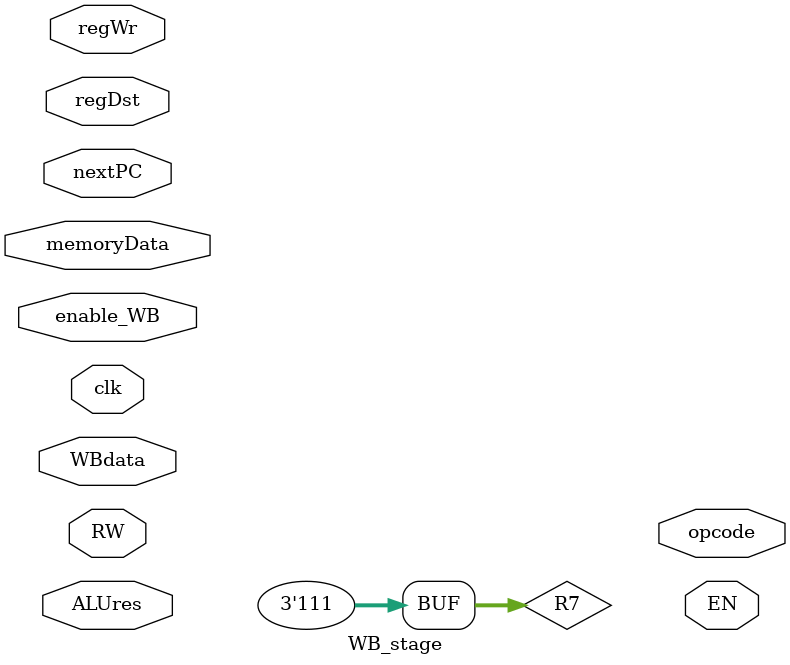
<source format=v>
module WB_stage (clk,enable_WB,ALUres,memoryData,nextPC,RW,WBdata,regDst,regWr,EN,opcode);
  input clk, regDst,regWr;
  input wire enable_WB;
  input [1:0] WBdata;
  input [2:0] RW;
  input [15:0] ALUres,memoryData,nextPC;
  output [3:0] opcode;
  output reg EN;
  wire [15:0] BusW,BusA,BusB;
  wire [2:0] addr1,addr2;
  
  wire [2:0] R7=3'b111;
  
  mux3x1 mux1(ALUres, memoryData, nextPC,BusW, WBdata);
     mux2x1 #(3) mux2(rd,R7,RW,regDst);
  registerFile reg1(clk,addr1,addr2,RW,BusW,BusA, BusB,regWr);
 
endmodule
</source>
